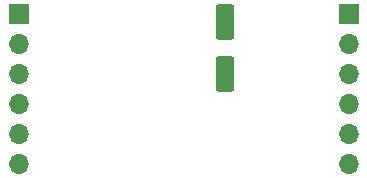
<source format=gbr>
%TF.GenerationSoftware,KiCad,Pcbnew,(6.0.7)*%
%TF.CreationDate,2023-04-08T21:33:57+09:00*%
%TF.ProjectId,motordriver,6d6f746f-7264-4726-9976-65722e6b6963,rev?*%
%TF.SameCoordinates,Original*%
%TF.FileFunction,Soldermask,Bot*%
%TF.FilePolarity,Negative*%
%FSLAX46Y46*%
G04 Gerber Fmt 4.6, Leading zero omitted, Abs format (unit mm)*
G04 Created by KiCad (PCBNEW (6.0.7)) date 2023-04-08 21:33:57*
%MOMM*%
%LPD*%
G01*
G04 APERTURE LIST*
G04 Aperture macros list*
%AMRoundRect*
0 Rectangle with rounded corners*
0 $1 Rounding radius*
0 $2 $3 $4 $5 $6 $7 $8 $9 X,Y pos of 4 corners*
0 Add a 4 corners polygon primitive as box body*
4,1,4,$2,$3,$4,$5,$6,$7,$8,$9,$2,$3,0*
0 Add four circle primitives for the rounded corners*
1,1,$1+$1,$2,$3*
1,1,$1+$1,$4,$5*
1,1,$1+$1,$6,$7*
1,1,$1+$1,$8,$9*
0 Add four rect primitives between the rounded corners*
20,1,$1+$1,$2,$3,$4,$5,0*
20,1,$1+$1,$4,$5,$6,$7,0*
20,1,$1+$1,$6,$7,$8,$9,0*
20,1,$1+$1,$8,$9,$2,$3,0*%
G04 Aperture macros list end*
%ADD10O,1.700000X1.700000*%
%ADD11R,1.700000X1.700000*%
%ADD12RoundRect,0.250000X0.550000X-1.250000X0.550000X1.250000X-0.550000X1.250000X-0.550000X-1.250000X0*%
G04 APERTURE END LIST*
D10*
%TO.C,J2*%
X129364500Y-105080400D03*
X129364500Y-102540400D03*
X129364500Y-100000400D03*
X129364500Y-97460400D03*
X129364500Y-94920400D03*
D11*
X129364500Y-92380400D03*
%TD*%
D10*
%TO.C,J1*%
X157304500Y-105080400D03*
X157304500Y-102540400D03*
X157304500Y-100000400D03*
X157304500Y-97460400D03*
X157304500Y-94920400D03*
D11*
X157304500Y-92380400D03*
%TD*%
D12*
%TO.C,C6*%
X146839700Y-93050600D03*
X146839700Y-97450600D03*
%TD*%
M02*

</source>
